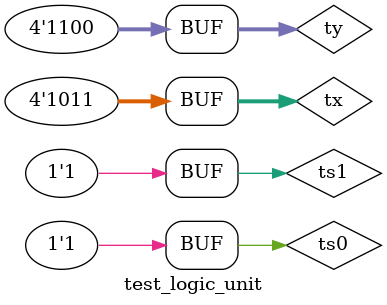
<source format=v>
module Mux4to1(A0, A1, A2, A3, S1, S0, F);
    input A0, A1, A2, A3, S1, S0;
    output F;
    wire W0, W1, W2, W3, W4, W5;

    // Intermediate wires and gates for 4-to-1 multiplexer
    not(W0, S0);
    not(W1, S1);
    and(W2, W0, W1, A0);
    and(W3, W1, S0, A1);
    and(W4, S1, W0, A2);
    and(W5, S1, S0, A3);
    or(F, W2, W3, W4, W5);
endmodule

module mux4to1_4bit(I0, I1, I2, I3, S1, S0, f);
    input [3:0] I0, I1, I2, I3;
    input S0, S1;
    output [3:0] f;

    // Instantiate four 4-to-1 multiplexers for 4-bit inputs
    Mux4to1 mux0(.A3(I3[0]), .A2(I2[0]), .A1(I1[0]), .A0(I0[0]), .S0(S0), .S1(S1), .F(f[0]));
    Mux4to1 mux1(.A3(I3[1]), .A2(I2[1]), .A1(I1[1]), .A0(I0[1]), .S0(S0), .S1(S1), .F(f[1]));
    Mux4to1 mux2(.A3(I3[2]), .A2(I2[2]), .A1(I1[2]), .A0(I0[2]), .S0(S0), .S1(S1), .F(f[2]));
    Mux4to1 mux3(.A3(I3[3]), .A2(I2[3]), .A1(I1[3]), .A0(I0[3]), .S0(S0), .S1(S1), .F(f[3]));
endmodule

module logic_unit(x, y, s0, s1, f);
    input [3:0] x, y;
    input s0, s1;
    output [3:0] f;
    wire [3:0] w0, w1, w2, w3;

    // Intermediate wires and gates for logic unit
    and(w0[0], x[0], y[0]);
    and(w0[1], x[1], y[1]);
    and(w0[2], x[2], y[2]);
    and(w0[3], x[3], y[3]);

    or(w1[0], x[0], y[0]);
    or(w1[1], x[1], y[1]);
    or(w1[2], x[2], y[2]);
    or(w1[3], x[3], y[3]);

    xor(w2[0], x[0], y[0]);
    xor(w2[1], x[1], y[1]);
    xor(w2[2], x[2], y[2]);
    xor(w2[3], x[3], y[3]);

    not(w3[0], x[0]);
    not(w3[1], x[1]);
    not(w3[2], x[2]);
    not(w3[3], x[3]);

    // Instantiate 4-to-1 multiplexer for each bit
    mux4to1_4bit mx(.I0(w0), .I1(w1), .I2(w2), .I3(w3), .S1(s1), .S0(s0), .f(f));
endmodule

module test_logic_unit();
    reg [3:0] tx, ty;
    reg ts0, ts1;
    wire [3:0] tf;

    // Instantiate logic unit module for testing
    logic_unit L(.x(tx), .y(ty), .s1(ts1), .s0(ts0), .f(tf));

    // Initialize inputs
    initial begin
        tx = 4'b1011; ty = 4'b1100; ts0 = 1'b0; ts1 = 1'b0;
        #20
        tx = 4'b1011; ty = 4'b1100; ts0 = 1'b0; ts1 = 1'b1;
        #20
        tx = 4'b1011; ty = 4'b1100; ts0 = 1'b1; ts1 = 1'b0;
        #20
        tx = 4'b1011; ts0 = 1'b1; ts1 = 1'b1;
    end
endmodule
</source>
